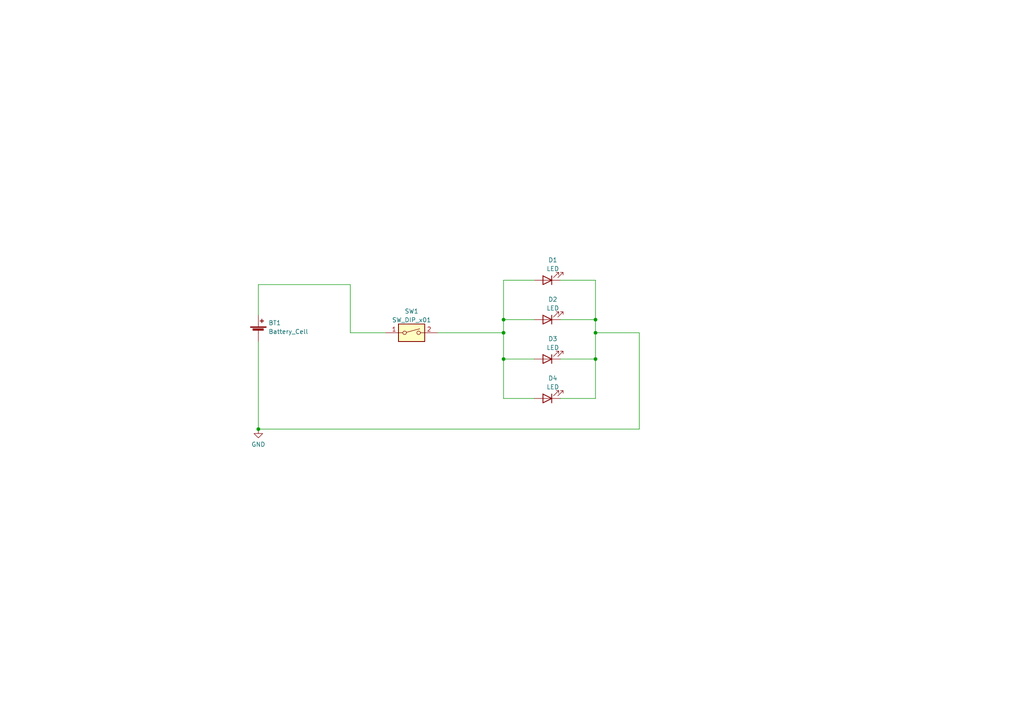
<source format=kicad_sch>
(kicad_sch (version 20211123) (generator eeschema)
  (paper "A4")
  (lib_symbols
    (symbol "Device:Battery_Cell" (pin_numbers hide) (pin_names (offset 0) hide)
      (property "Reference" "BT" (at 2.54 2.54 0))
      (property "Value" "Battery_Cell" (at 2.54 0 0))
      (symbol "Battery_Cell_0_1"
        (rectangle (start -2.286 1.778) (end 2.286 1.524) (fill (type outline)))
        (rectangle (start -1.5748 1.1938) (end 1.4732 0.6858) (fill (type outline)))
        (polyline (pts (xy 0 0.762) (xy 0 0)))
        (polyline (pts (xy 0 1.778) (xy 0 2.54)))
        (polyline (pts (xy 0.508 3.429) (xy 1.524 3.429)) (stroke (width 0.254)))
        (polyline (pts (xy 1.016 3.937) (xy 1.016 2.921)) (stroke (width 0.254)))
      )
      (symbol "Battery_Cell_1_1"
        (pin passive line (at 0 5.08 270) (length 2.54) (name "+") (number "1"))
        (pin passive line (at 0 -2.54 90) (length 2.54) (name "-") (number "2"))
      )
    )
    (symbol "Device:LED" (pin_numbers hide) (pin_names (offset 1.016) hide)
      (property "Reference" "D" (at 0 2.54 0))
      (property "Value" "LED" (at 0 -2.54 0))
      (symbol "LED_0_1"
        (polyline (pts (xy -1.27 -1.27) (xy -1.27 1.27)) (stroke (width 0.254)))
        (polyline (pts (xy -1.27 0) (xy 1.27 0)))
        (polyline (pts (xy 1.27 -1.27) (xy 1.27 1.27) (xy -1.27 0) (xy 1.27 -1.27)) (stroke (width 0.254)))
        (polyline (pts (xy -3.048 -0.762) (xy -4.572 -2.286) (xy -3.81 -2.286) (xy -4.572 -2.286) (xy -4.572 -1.524)))
        (polyline (pts (xy -1.778 -0.762) (xy -3.302 -2.286) (xy -2.54 -2.286) (xy -3.302 -2.286) (xy -3.302 -1.524)))
      )
      (symbol "LED_1_1"
        (pin passive line (at -3.81 0 0) (length 2.54) (name "K") (number "1"))
        (pin passive line (at 3.81 0 180) (length 2.54) (name "A") (number "2"))
      )
    )
    (symbol "Switch:SW_DIP_x01" (pin_names (offset 0) hide)
      (property "Reference" "SW" (at 0 3.81 0))
      (property "Value" "SW_DIP_x01" (at 0 -3.81 0))
      (symbol "SW_DIP_x01_0_0"
        (circle (center -2.032 0) (radius 0.508))
        (polyline (pts (xy -1.524 0.127) (xy 2.3622 1.1684)))
        (circle (center 2.032 0) (radius 0.508))
      )
      (symbol "SW_DIP_x01_0_1"
        (rectangle (start -3.81 2.54) (end 3.81 -2.54) (stroke (width 0.254)) (fill (type background)))
      )
      (symbol "SW_DIP_x01_1_1"
        (pin passive line (at -7.62 0 0) (length 5.08) (name "~") (number "1"))
        (pin passive line (at 7.62 0 180) (length 5.08) (name "~") (number "2"))
      )
    )
    (symbol "power:GND" (power) (pin_names (offset 0))
      (property "Value" "GND" (at 0 -3.81 0))
      (symbol "GND_0_1"
        (polyline (pts (xy 0 0) (xy 0 -1.27) (xy 1.27 -1.27) (xy 0 -2.54) (xy -1.27 -1.27) (xy 0 -1.27)))
      )
      (symbol "GND_1_1"
        (pin power_in line (at 0 0 270) (length 0) hide (name "GND") (number "1"))
      )
    )
  )
  (junction (at 172.72 96.52))
  (junction (at 172.72 104.14))
  (junction (at 146.05 92.71))
  (junction (at 146.05 96.52))
  (junction (at 146.05 104.14))
  (junction (at 74.93 124.46))
  (junction (at 172.72 92.71))
  (wire (pts (xy 146.05 115.57) (xy 146.05 104.14)))
  (wire (pts (xy 74.93 82.55) (xy 101.6 82.55)))
  (wire (pts (xy 146.05 92.71) (xy 146.05 81.28)))
  (wire (pts (xy 146.05 92.71) (xy 154.94 92.71)))
  (wire (pts (xy 185.42 124.46) (xy 74.93 124.46)))
  (wire (pts (xy 101.6 82.55) (xy 101.6 96.52)))
  (wire (pts (xy 74.93 91.44) (xy 74.93 82.55)))
  (wire (pts (xy 146.05 104.14) (xy 146.05 96.52)))
  (wire (pts (xy 146.05 81.28) (xy 154.94 81.28)))
  (wire (pts (xy 127 96.52) (xy 146.05 96.52)))
  (wire (pts (xy 74.93 124.46) (xy 74.93 99.06)))
  (wire (pts (xy 162.56 104.14) (xy 172.72 104.14)))
  (wire (pts (xy 162.56 81.28) (xy 172.72 81.28)))
  (wire (pts (xy 185.42 96.52) (xy 185.42 124.46)))
  (wire (pts (xy 154.94 104.14) (xy 146.05 104.14)))
  (wire (pts (xy 172.72 81.28) (xy 172.72 92.71)))
  (wire (pts (xy 154.94 115.57) (xy 146.05 115.57)))
  (wire (pts (xy 101.6 96.52) (xy 111.76 96.52)))
  (wire (pts (xy 172.72 92.71) (xy 162.56 92.71)))
  (wire (pts (xy 172.72 96.52) (xy 172.72 92.71)))
  (wire (pts (xy 146.05 96.52) (xy 146.05 92.71)))
  (wire (pts (xy 172.72 104.14) (xy 172.72 96.52)))
  (wire (pts (xy 172.72 96.52) (xy 185.42 96.52)))
  (wire (pts (xy 172.72 115.57) (xy 172.72 104.14)))
  (wire (pts (xy 162.56 115.57) (xy 172.72 115.57)))
  (symbol (lib_id "Device:Battery_Cell") (at 74.93 96.52 0) (unit 1)
    (property "Reference" "BT1" (at 77.851 93.6533 0) (effects (justify left)))
    (property "Value" "Battery_Cell" (at 77.851 96.1902 0) (effects (justify left)))
    (property "Footprint" "blinkyparts:BatteryHolder_Keystone_1060_1x2032_HandSoldering" (effects hide))
  )
  (symbol (lib_id "Device:LED") (at 158.75 115.57 180) (unit 1)
    (property "Reference" "D4" (at 160.3375 109.7112 0))
    (property "Value" "LED" (at 160.3375 112.2481 0))
    (property "Footprint" "blinkyparts:5mm_SMD-Pad" (effects hide))
  )
  (symbol (lib_id "power:GND") (at 74.93 124.46 0) (unit 1)
    (property "Reference" "#PWR0101" (effects hide))
    (property "Value" "GND" (at 74.93 128.9034 0))
  )
  (symbol (lib_id "Device:LED") (at 158.75 92.71 180) (unit 1)
    (property "Reference" "D2" (at 160.3375 86.8512 0))
    (property "Value" "LED" (at 160.3375 89.3881 0))
    (property "Footprint" "blinkyparts:5mm_SMD-Pad" (effects hide))
  )
  (symbol (lib_id "Device:LED") (at 158.75 104.14 180) (unit 1)
    (property "Reference" "D3" (at 160.3375 98.2812 0))
    (property "Value" "LED" (at 160.3375 100.8181 0))
    (property "Footprint" "blinkyparts:5mm_SMD-Pad" (effects hide))
  )
  (symbol (lib_id "Switch:SW_DIP_x01") (at 119.38 96.52 0) (unit 1)
    (property "Reference" "SW1" (at 119.38 90.2802 0))
    (property "Value" "SW_DIP_x01" (at 119.38 92.8171 0))
    (property "Footprint" "blinkyparts:Push_Button" (effects hide))
  )
  (symbol (lib_id "Device:LED") (at 158.75 81.28 180) (unit 1)
    (property "Reference" "D1" (at 160.3375 75.4212 0))
    (property "Value" "LED" (at 160.3375 77.9581 0))
    (property "Footprint" "blinkyparts:5mm_SMD-Pad" (effects hide))
  )
)
</source>
